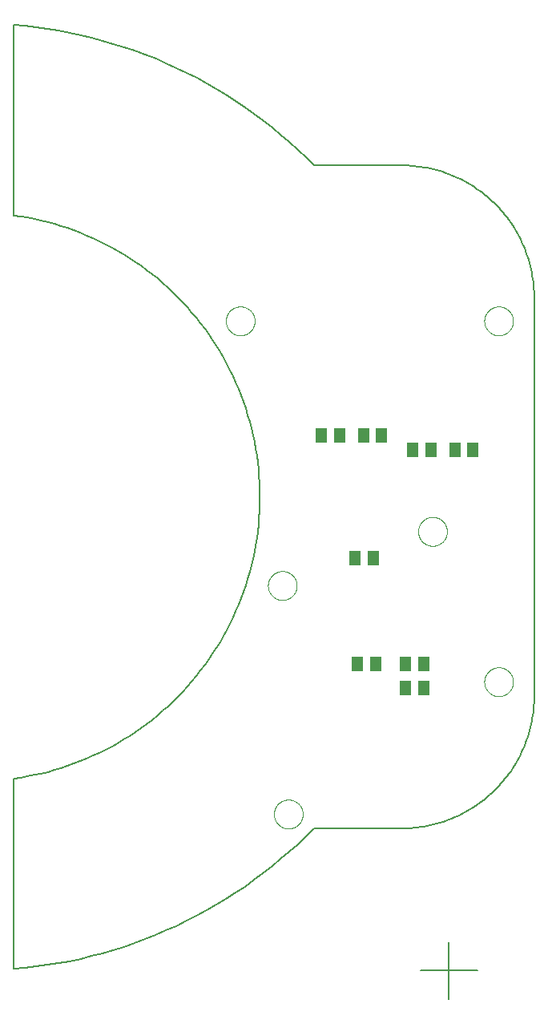
<source format=gbp>
G75*
%MOIN*%
%OFA0B0*%
%FSLAX25Y25*%
%IPPOS*%
%LPD*%
%AMOC8*
5,1,8,0,0,1.08239X$1,22.5*
%
%ADD10C,0.00600*%
%ADD11C,0.00000*%
%ADD12R,0.05118X0.05906*%
D10*
X0001300Y0013742D02*
X0001300Y0092906D01*
X0001300Y0013742D02*
X0005974Y0014173D01*
X0010636Y0014716D01*
X0015284Y0015369D01*
X0019914Y0016133D01*
X0024526Y0017008D01*
X0029115Y0017992D01*
X0033680Y0019085D01*
X0038217Y0020287D01*
X0042724Y0021596D01*
X0047198Y0023013D01*
X0051638Y0024536D01*
X0056040Y0026164D01*
X0060402Y0027897D01*
X0064721Y0029733D01*
X0068996Y0031672D01*
X0073223Y0033712D01*
X0077400Y0035852D01*
X0081525Y0038091D01*
X0085595Y0040428D01*
X0089609Y0042862D01*
X0093563Y0045390D01*
X0097456Y0048012D01*
X0101285Y0050726D01*
X0105049Y0053531D01*
X0108744Y0056424D01*
X0112370Y0059405D01*
X0115923Y0062471D01*
X0119403Y0065621D01*
X0122806Y0068854D01*
X0126131Y0072166D01*
X0162717Y0072166D01*
X0182402Y0024922D02*
X0182402Y0001300D01*
X0170591Y0013111D02*
X0194213Y0013111D01*
X0217835Y0127284D02*
X0217835Y0292639D01*
X0217819Y0293971D01*
X0217771Y0295302D01*
X0217690Y0296631D01*
X0217578Y0297959D01*
X0217433Y0299283D01*
X0217257Y0300603D01*
X0217048Y0301919D01*
X0216808Y0303229D01*
X0216536Y0304533D01*
X0216233Y0305830D01*
X0215899Y0307119D01*
X0215534Y0308400D01*
X0215137Y0309671D01*
X0214710Y0310933D01*
X0214253Y0312184D01*
X0213766Y0313424D01*
X0213249Y0314651D01*
X0212702Y0315866D01*
X0212126Y0317067D01*
X0211522Y0318254D01*
X0210888Y0319425D01*
X0210227Y0320582D01*
X0209538Y0321721D01*
X0208822Y0322844D01*
X0208078Y0323950D01*
X0207308Y0325037D01*
X0206513Y0326105D01*
X0205691Y0327153D01*
X0204845Y0328181D01*
X0203973Y0329189D01*
X0203078Y0330175D01*
X0202159Y0331140D01*
X0201218Y0332081D01*
X0200253Y0333000D01*
X0199267Y0333895D01*
X0198259Y0334767D01*
X0197231Y0335613D01*
X0196183Y0336435D01*
X0195115Y0337230D01*
X0194028Y0338000D01*
X0192922Y0338744D01*
X0191799Y0339460D01*
X0190660Y0340149D01*
X0189503Y0340810D01*
X0188332Y0341444D01*
X0187145Y0342048D01*
X0185944Y0342624D01*
X0184729Y0343171D01*
X0183502Y0343688D01*
X0182262Y0344175D01*
X0181011Y0344632D01*
X0179749Y0345059D01*
X0178478Y0345456D01*
X0177197Y0345821D01*
X0175908Y0346155D01*
X0174611Y0346458D01*
X0173307Y0346730D01*
X0171997Y0346970D01*
X0170681Y0347179D01*
X0169361Y0347355D01*
X0168037Y0347500D01*
X0166709Y0347612D01*
X0165380Y0347693D01*
X0164049Y0347741D01*
X0162717Y0347757D01*
X0126131Y0347757D01*
X0217835Y0127284D02*
X0217819Y0125952D01*
X0217771Y0124621D01*
X0217690Y0123292D01*
X0217578Y0121964D01*
X0217433Y0120640D01*
X0217257Y0119320D01*
X0217048Y0118004D01*
X0216808Y0116694D01*
X0216536Y0115390D01*
X0216233Y0114093D01*
X0215899Y0112804D01*
X0215534Y0111523D01*
X0215137Y0110252D01*
X0214710Y0108990D01*
X0214253Y0107739D01*
X0213766Y0106499D01*
X0213249Y0105272D01*
X0212702Y0104057D01*
X0212126Y0102856D01*
X0211522Y0101669D01*
X0210888Y0100498D01*
X0210227Y0099341D01*
X0209538Y0098202D01*
X0208822Y0097079D01*
X0208078Y0095973D01*
X0207308Y0094886D01*
X0206513Y0093818D01*
X0205691Y0092770D01*
X0204845Y0091742D01*
X0203973Y0090734D01*
X0203078Y0089748D01*
X0202159Y0088783D01*
X0201218Y0087842D01*
X0200253Y0086923D01*
X0199267Y0086028D01*
X0198259Y0085156D01*
X0197231Y0084310D01*
X0196183Y0083488D01*
X0195115Y0082693D01*
X0194028Y0081923D01*
X0192922Y0081179D01*
X0191799Y0080463D01*
X0190660Y0079774D01*
X0189503Y0079113D01*
X0188332Y0078479D01*
X0187145Y0077875D01*
X0185944Y0077299D01*
X0184729Y0076752D01*
X0183502Y0076235D01*
X0182262Y0075748D01*
X0181011Y0075291D01*
X0179749Y0074864D01*
X0178478Y0074467D01*
X0177197Y0074102D01*
X0175908Y0073768D01*
X0174611Y0073465D01*
X0173307Y0073193D01*
X0171997Y0072953D01*
X0170681Y0072744D01*
X0169361Y0072568D01*
X0168037Y0072423D01*
X0166709Y0072311D01*
X0165380Y0072230D01*
X0164049Y0072182D01*
X0162717Y0072166D01*
X0001300Y0092906D02*
X0004146Y0093324D01*
X0006981Y0093811D01*
X0009804Y0094368D01*
X0012612Y0094993D01*
X0015404Y0095686D01*
X0018178Y0096447D01*
X0020933Y0097275D01*
X0023667Y0098170D01*
X0026378Y0099131D01*
X0029065Y0100159D01*
X0031727Y0101251D01*
X0034361Y0102408D01*
X0036965Y0103628D01*
X0039540Y0104912D01*
X0042082Y0106258D01*
X0044591Y0107666D01*
X0047065Y0109134D01*
X0049502Y0110662D01*
X0051902Y0112249D01*
X0054262Y0113894D01*
X0056581Y0115596D01*
X0058858Y0117353D01*
X0061092Y0119166D01*
X0063281Y0121033D01*
X0065424Y0122952D01*
X0067519Y0124923D01*
X0069566Y0126945D01*
X0071563Y0129016D01*
X0073509Y0131134D01*
X0075402Y0133300D01*
X0077243Y0135511D01*
X0079029Y0137766D01*
X0080759Y0140064D01*
X0082433Y0142404D01*
X0084050Y0144783D01*
X0085608Y0147201D01*
X0087107Y0149657D01*
X0088545Y0152148D01*
X0089923Y0154674D01*
X0091238Y0157232D01*
X0092491Y0159821D01*
X0093681Y0162441D01*
X0094806Y0165088D01*
X0095866Y0167763D01*
X0096861Y0170462D01*
X0097790Y0173184D01*
X0098653Y0175929D01*
X0099448Y0178693D01*
X0100176Y0181477D01*
X0100835Y0184277D01*
X0101427Y0187092D01*
X0101949Y0189921D01*
X0102403Y0192762D01*
X0102787Y0195612D01*
X0103102Y0198472D01*
X0103347Y0201338D01*
X0103522Y0204210D01*
X0103627Y0207084D01*
X0103662Y0209961D01*
X0103627Y0212838D01*
X0103522Y0215712D01*
X0103347Y0218584D01*
X0103102Y0221450D01*
X0102787Y0224310D01*
X0102403Y0227160D01*
X0101949Y0230001D01*
X0101427Y0232830D01*
X0100835Y0235645D01*
X0100176Y0238445D01*
X0099448Y0241229D01*
X0098653Y0243993D01*
X0097790Y0246738D01*
X0096861Y0249460D01*
X0095866Y0252159D01*
X0094806Y0254834D01*
X0093681Y0257481D01*
X0092491Y0260101D01*
X0091238Y0262690D01*
X0089923Y0265248D01*
X0088545Y0267774D01*
X0087107Y0270265D01*
X0085608Y0272721D01*
X0084050Y0275139D01*
X0082433Y0277518D01*
X0080759Y0279858D01*
X0079029Y0282156D01*
X0077243Y0284411D01*
X0075402Y0286622D01*
X0073509Y0288788D01*
X0071563Y0290906D01*
X0069566Y0292977D01*
X0067519Y0294999D01*
X0065424Y0296970D01*
X0063281Y0298889D01*
X0061092Y0300756D01*
X0058858Y0302569D01*
X0056581Y0304326D01*
X0054262Y0306028D01*
X0051902Y0307673D01*
X0049502Y0309260D01*
X0047065Y0310788D01*
X0044591Y0312256D01*
X0042082Y0313664D01*
X0039540Y0315010D01*
X0036965Y0316294D01*
X0034361Y0317514D01*
X0031727Y0318671D01*
X0029065Y0319763D01*
X0026378Y0320791D01*
X0023667Y0321752D01*
X0020933Y0322647D01*
X0018178Y0323475D01*
X0015404Y0324236D01*
X0012612Y0324929D01*
X0009804Y0325554D01*
X0006981Y0326111D01*
X0004146Y0326598D01*
X0001300Y0327016D01*
X0001300Y0327017D02*
X0001300Y0406220D01*
X0005974Y0405787D01*
X0010636Y0405244D01*
X0015285Y0404589D01*
X0019916Y0403823D01*
X0024528Y0402948D01*
X0029117Y0401962D01*
X0033682Y0400868D01*
X0038219Y0399665D01*
X0042726Y0398354D01*
X0047201Y0396936D01*
X0051641Y0395412D01*
X0056043Y0393782D01*
X0060405Y0392048D01*
X0064725Y0390210D01*
X0068999Y0388270D01*
X0073226Y0386229D01*
X0077403Y0384087D01*
X0081528Y0381847D01*
X0085598Y0379508D01*
X0089612Y0377074D01*
X0093566Y0374544D01*
X0097458Y0371921D01*
X0101288Y0369205D01*
X0105051Y0366400D01*
X0108746Y0363505D01*
X0112371Y0360523D01*
X0115924Y0357455D01*
X0119403Y0354304D01*
X0122806Y0351070D01*
X0126131Y0347756D01*
D11*
X0089552Y0283111D02*
X0089554Y0283265D01*
X0089560Y0283420D01*
X0089570Y0283574D01*
X0089584Y0283728D01*
X0089602Y0283881D01*
X0089623Y0284034D01*
X0089649Y0284187D01*
X0089679Y0284338D01*
X0089712Y0284489D01*
X0089750Y0284639D01*
X0089791Y0284788D01*
X0089836Y0284936D01*
X0089885Y0285082D01*
X0089938Y0285228D01*
X0089994Y0285371D01*
X0090054Y0285514D01*
X0090118Y0285654D01*
X0090185Y0285794D01*
X0090256Y0285931D01*
X0090330Y0286066D01*
X0090408Y0286200D01*
X0090489Y0286331D01*
X0090574Y0286460D01*
X0090662Y0286588D01*
X0090753Y0286712D01*
X0090847Y0286835D01*
X0090945Y0286955D01*
X0091045Y0287072D01*
X0091149Y0287187D01*
X0091255Y0287299D01*
X0091364Y0287408D01*
X0091476Y0287514D01*
X0091591Y0287618D01*
X0091708Y0287718D01*
X0091828Y0287816D01*
X0091951Y0287910D01*
X0092075Y0288001D01*
X0092203Y0288089D01*
X0092332Y0288174D01*
X0092463Y0288255D01*
X0092597Y0288333D01*
X0092732Y0288407D01*
X0092869Y0288478D01*
X0093009Y0288545D01*
X0093149Y0288609D01*
X0093292Y0288669D01*
X0093435Y0288725D01*
X0093581Y0288778D01*
X0093727Y0288827D01*
X0093875Y0288872D01*
X0094024Y0288913D01*
X0094174Y0288951D01*
X0094325Y0288984D01*
X0094476Y0289014D01*
X0094629Y0289040D01*
X0094782Y0289061D01*
X0094935Y0289079D01*
X0095089Y0289093D01*
X0095243Y0289103D01*
X0095398Y0289109D01*
X0095552Y0289111D01*
X0095706Y0289109D01*
X0095861Y0289103D01*
X0096015Y0289093D01*
X0096169Y0289079D01*
X0096322Y0289061D01*
X0096475Y0289040D01*
X0096628Y0289014D01*
X0096779Y0288984D01*
X0096930Y0288951D01*
X0097080Y0288913D01*
X0097229Y0288872D01*
X0097377Y0288827D01*
X0097523Y0288778D01*
X0097669Y0288725D01*
X0097812Y0288669D01*
X0097955Y0288609D01*
X0098095Y0288545D01*
X0098235Y0288478D01*
X0098372Y0288407D01*
X0098507Y0288333D01*
X0098641Y0288255D01*
X0098772Y0288174D01*
X0098901Y0288089D01*
X0099029Y0288001D01*
X0099153Y0287910D01*
X0099276Y0287816D01*
X0099396Y0287718D01*
X0099513Y0287618D01*
X0099628Y0287514D01*
X0099740Y0287408D01*
X0099849Y0287299D01*
X0099955Y0287187D01*
X0100059Y0287072D01*
X0100159Y0286955D01*
X0100257Y0286835D01*
X0100351Y0286712D01*
X0100442Y0286588D01*
X0100530Y0286460D01*
X0100615Y0286331D01*
X0100696Y0286200D01*
X0100774Y0286066D01*
X0100848Y0285931D01*
X0100919Y0285794D01*
X0100986Y0285654D01*
X0101050Y0285514D01*
X0101110Y0285371D01*
X0101166Y0285228D01*
X0101219Y0285082D01*
X0101268Y0284936D01*
X0101313Y0284788D01*
X0101354Y0284639D01*
X0101392Y0284489D01*
X0101425Y0284338D01*
X0101455Y0284187D01*
X0101481Y0284034D01*
X0101502Y0283881D01*
X0101520Y0283728D01*
X0101534Y0283574D01*
X0101544Y0283420D01*
X0101550Y0283265D01*
X0101552Y0283111D01*
X0101550Y0282957D01*
X0101544Y0282802D01*
X0101534Y0282648D01*
X0101520Y0282494D01*
X0101502Y0282341D01*
X0101481Y0282188D01*
X0101455Y0282035D01*
X0101425Y0281884D01*
X0101392Y0281733D01*
X0101354Y0281583D01*
X0101313Y0281434D01*
X0101268Y0281286D01*
X0101219Y0281140D01*
X0101166Y0280994D01*
X0101110Y0280851D01*
X0101050Y0280708D01*
X0100986Y0280568D01*
X0100919Y0280428D01*
X0100848Y0280291D01*
X0100774Y0280156D01*
X0100696Y0280022D01*
X0100615Y0279891D01*
X0100530Y0279762D01*
X0100442Y0279634D01*
X0100351Y0279510D01*
X0100257Y0279387D01*
X0100159Y0279267D01*
X0100059Y0279150D01*
X0099955Y0279035D01*
X0099849Y0278923D01*
X0099740Y0278814D01*
X0099628Y0278708D01*
X0099513Y0278604D01*
X0099396Y0278504D01*
X0099276Y0278406D01*
X0099153Y0278312D01*
X0099029Y0278221D01*
X0098901Y0278133D01*
X0098772Y0278048D01*
X0098641Y0277967D01*
X0098507Y0277889D01*
X0098372Y0277815D01*
X0098235Y0277744D01*
X0098095Y0277677D01*
X0097955Y0277613D01*
X0097812Y0277553D01*
X0097669Y0277497D01*
X0097523Y0277444D01*
X0097377Y0277395D01*
X0097229Y0277350D01*
X0097080Y0277309D01*
X0096930Y0277271D01*
X0096779Y0277238D01*
X0096628Y0277208D01*
X0096475Y0277182D01*
X0096322Y0277161D01*
X0096169Y0277143D01*
X0096015Y0277129D01*
X0095861Y0277119D01*
X0095706Y0277113D01*
X0095552Y0277111D01*
X0095398Y0277113D01*
X0095243Y0277119D01*
X0095089Y0277129D01*
X0094935Y0277143D01*
X0094782Y0277161D01*
X0094629Y0277182D01*
X0094476Y0277208D01*
X0094325Y0277238D01*
X0094174Y0277271D01*
X0094024Y0277309D01*
X0093875Y0277350D01*
X0093727Y0277395D01*
X0093581Y0277444D01*
X0093435Y0277497D01*
X0093292Y0277553D01*
X0093149Y0277613D01*
X0093009Y0277677D01*
X0092869Y0277744D01*
X0092732Y0277815D01*
X0092597Y0277889D01*
X0092463Y0277967D01*
X0092332Y0278048D01*
X0092203Y0278133D01*
X0092075Y0278221D01*
X0091951Y0278312D01*
X0091828Y0278406D01*
X0091708Y0278504D01*
X0091591Y0278604D01*
X0091476Y0278708D01*
X0091364Y0278814D01*
X0091255Y0278923D01*
X0091149Y0279035D01*
X0091045Y0279150D01*
X0090945Y0279267D01*
X0090847Y0279387D01*
X0090753Y0279510D01*
X0090662Y0279634D01*
X0090574Y0279762D01*
X0090489Y0279891D01*
X0090408Y0280022D01*
X0090330Y0280156D01*
X0090256Y0280291D01*
X0090185Y0280428D01*
X0090118Y0280568D01*
X0090054Y0280708D01*
X0089994Y0280851D01*
X0089938Y0280994D01*
X0089885Y0281140D01*
X0089836Y0281286D01*
X0089791Y0281434D01*
X0089750Y0281583D01*
X0089712Y0281733D01*
X0089679Y0281884D01*
X0089649Y0282035D01*
X0089623Y0282188D01*
X0089602Y0282341D01*
X0089584Y0282494D01*
X0089570Y0282648D01*
X0089560Y0282802D01*
X0089554Y0282957D01*
X0089552Y0283111D01*
X0107052Y0173111D02*
X0107054Y0173265D01*
X0107060Y0173420D01*
X0107070Y0173574D01*
X0107084Y0173728D01*
X0107102Y0173881D01*
X0107123Y0174034D01*
X0107149Y0174187D01*
X0107179Y0174338D01*
X0107212Y0174489D01*
X0107250Y0174639D01*
X0107291Y0174788D01*
X0107336Y0174936D01*
X0107385Y0175082D01*
X0107438Y0175228D01*
X0107494Y0175371D01*
X0107554Y0175514D01*
X0107618Y0175654D01*
X0107685Y0175794D01*
X0107756Y0175931D01*
X0107830Y0176066D01*
X0107908Y0176200D01*
X0107989Y0176331D01*
X0108074Y0176460D01*
X0108162Y0176588D01*
X0108253Y0176712D01*
X0108347Y0176835D01*
X0108445Y0176955D01*
X0108545Y0177072D01*
X0108649Y0177187D01*
X0108755Y0177299D01*
X0108864Y0177408D01*
X0108976Y0177514D01*
X0109091Y0177618D01*
X0109208Y0177718D01*
X0109328Y0177816D01*
X0109451Y0177910D01*
X0109575Y0178001D01*
X0109703Y0178089D01*
X0109832Y0178174D01*
X0109963Y0178255D01*
X0110097Y0178333D01*
X0110232Y0178407D01*
X0110369Y0178478D01*
X0110509Y0178545D01*
X0110649Y0178609D01*
X0110792Y0178669D01*
X0110935Y0178725D01*
X0111081Y0178778D01*
X0111227Y0178827D01*
X0111375Y0178872D01*
X0111524Y0178913D01*
X0111674Y0178951D01*
X0111825Y0178984D01*
X0111976Y0179014D01*
X0112129Y0179040D01*
X0112282Y0179061D01*
X0112435Y0179079D01*
X0112589Y0179093D01*
X0112743Y0179103D01*
X0112898Y0179109D01*
X0113052Y0179111D01*
X0113206Y0179109D01*
X0113361Y0179103D01*
X0113515Y0179093D01*
X0113669Y0179079D01*
X0113822Y0179061D01*
X0113975Y0179040D01*
X0114128Y0179014D01*
X0114279Y0178984D01*
X0114430Y0178951D01*
X0114580Y0178913D01*
X0114729Y0178872D01*
X0114877Y0178827D01*
X0115023Y0178778D01*
X0115169Y0178725D01*
X0115312Y0178669D01*
X0115455Y0178609D01*
X0115595Y0178545D01*
X0115735Y0178478D01*
X0115872Y0178407D01*
X0116007Y0178333D01*
X0116141Y0178255D01*
X0116272Y0178174D01*
X0116401Y0178089D01*
X0116529Y0178001D01*
X0116653Y0177910D01*
X0116776Y0177816D01*
X0116896Y0177718D01*
X0117013Y0177618D01*
X0117128Y0177514D01*
X0117240Y0177408D01*
X0117349Y0177299D01*
X0117455Y0177187D01*
X0117559Y0177072D01*
X0117659Y0176955D01*
X0117757Y0176835D01*
X0117851Y0176712D01*
X0117942Y0176588D01*
X0118030Y0176460D01*
X0118115Y0176331D01*
X0118196Y0176200D01*
X0118274Y0176066D01*
X0118348Y0175931D01*
X0118419Y0175794D01*
X0118486Y0175654D01*
X0118550Y0175514D01*
X0118610Y0175371D01*
X0118666Y0175228D01*
X0118719Y0175082D01*
X0118768Y0174936D01*
X0118813Y0174788D01*
X0118854Y0174639D01*
X0118892Y0174489D01*
X0118925Y0174338D01*
X0118955Y0174187D01*
X0118981Y0174034D01*
X0119002Y0173881D01*
X0119020Y0173728D01*
X0119034Y0173574D01*
X0119044Y0173420D01*
X0119050Y0173265D01*
X0119052Y0173111D01*
X0119050Y0172957D01*
X0119044Y0172802D01*
X0119034Y0172648D01*
X0119020Y0172494D01*
X0119002Y0172341D01*
X0118981Y0172188D01*
X0118955Y0172035D01*
X0118925Y0171884D01*
X0118892Y0171733D01*
X0118854Y0171583D01*
X0118813Y0171434D01*
X0118768Y0171286D01*
X0118719Y0171140D01*
X0118666Y0170994D01*
X0118610Y0170851D01*
X0118550Y0170708D01*
X0118486Y0170568D01*
X0118419Y0170428D01*
X0118348Y0170291D01*
X0118274Y0170156D01*
X0118196Y0170022D01*
X0118115Y0169891D01*
X0118030Y0169762D01*
X0117942Y0169634D01*
X0117851Y0169510D01*
X0117757Y0169387D01*
X0117659Y0169267D01*
X0117559Y0169150D01*
X0117455Y0169035D01*
X0117349Y0168923D01*
X0117240Y0168814D01*
X0117128Y0168708D01*
X0117013Y0168604D01*
X0116896Y0168504D01*
X0116776Y0168406D01*
X0116653Y0168312D01*
X0116529Y0168221D01*
X0116401Y0168133D01*
X0116272Y0168048D01*
X0116141Y0167967D01*
X0116007Y0167889D01*
X0115872Y0167815D01*
X0115735Y0167744D01*
X0115595Y0167677D01*
X0115455Y0167613D01*
X0115312Y0167553D01*
X0115169Y0167497D01*
X0115023Y0167444D01*
X0114877Y0167395D01*
X0114729Y0167350D01*
X0114580Y0167309D01*
X0114430Y0167271D01*
X0114279Y0167238D01*
X0114128Y0167208D01*
X0113975Y0167182D01*
X0113822Y0167161D01*
X0113669Y0167143D01*
X0113515Y0167129D01*
X0113361Y0167119D01*
X0113206Y0167113D01*
X0113052Y0167111D01*
X0112898Y0167113D01*
X0112743Y0167119D01*
X0112589Y0167129D01*
X0112435Y0167143D01*
X0112282Y0167161D01*
X0112129Y0167182D01*
X0111976Y0167208D01*
X0111825Y0167238D01*
X0111674Y0167271D01*
X0111524Y0167309D01*
X0111375Y0167350D01*
X0111227Y0167395D01*
X0111081Y0167444D01*
X0110935Y0167497D01*
X0110792Y0167553D01*
X0110649Y0167613D01*
X0110509Y0167677D01*
X0110369Y0167744D01*
X0110232Y0167815D01*
X0110097Y0167889D01*
X0109963Y0167967D01*
X0109832Y0168048D01*
X0109703Y0168133D01*
X0109575Y0168221D01*
X0109451Y0168312D01*
X0109328Y0168406D01*
X0109208Y0168504D01*
X0109091Y0168604D01*
X0108976Y0168708D01*
X0108864Y0168814D01*
X0108755Y0168923D01*
X0108649Y0169035D01*
X0108545Y0169150D01*
X0108445Y0169267D01*
X0108347Y0169387D01*
X0108253Y0169510D01*
X0108162Y0169634D01*
X0108074Y0169762D01*
X0107989Y0169891D01*
X0107908Y0170022D01*
X0107830Y0170156D01*
X0107756Y0170291D01*
X0107685Y0170428D01*
X0107618Y0170568D01*
X0107554Y0170708D01*
X0107494Y0170851D01*
X0107438Y0170994D01*
X0107385Y0171140D01*
X0107336Y0171286D01*
X0107291Y0171434D01*
X0107250Y0171583D01*
X0107212Y0171733D01*
X0107179Y0171884D01*
X0107149Y0172035D01*
X0107123Y0172188D01*
X0107102Y0172341D01*
X0107084Y0172494D01*
X0107070Y0172648D01*
X0107060Y0172802D01*
X0107054Y0172957D01*
X0107052Y0173111D01*
X0109552Y0078111D02*
X0109554Y0078265D01*
X0109560Y0078420D01*
X0109570Y0078574D01*
X0109584Y0078728D01*
X0109602Y0078881D01*
X0109623Y0079034D01*
X0109649Y0079187D01*
X0109679Y0079338D01*
X0109712Y0079489D01*
X0109750Y0079639D01*
X0109791Y0079788D01*
X0109836Y0079936D01*
X0109885Y0080082D01*
X0109938Y0080228D01*
X0109994Y0080371D01*
X0110054Y0080514D01*
X0110118Y0080654D01*
X0110185Y0080794D01*
X0110256Y0080931D01*
X0110330Y0081066D01*
X0110408Y0081200D01*
X0110489Y0081331D01*
X0110574Y0081460D01*
X0110662Y0081588D01*
X0110753Y0081712D01*
X0110847Y0081835D01*
X0110945Y0081955D01*
X0111045Y0082072D01*
X0111149Y0082187D01*
X0111255Y0082299D01*
X0111364Y0082408D01*
X0111476Y0082514D01*
X0111591Y0082618D01*
X0111708Y0082718D01*
X0111828Y0082816D01*
X0111951Y0082910D01*
X0112075Y0083001D01*
X0112203Y0083089D01*
X0112332Y0083174D01*
X0112463Y0083255D01*
X0112597Y0083333D01*
X0112732Y0083407D01*
X0112869Y0083478D01*
X0113009Y0083545D01*
X0113149Y0083609D01*
X0113292Y0083669D01*
X0113435Y0083725D01*
X0113581Y0083778D01*
X0113727Y0083827D01*
X0113875Y0083872D01*
X0114024Y0083913D01*
X0114174Y0083951D01*
X0114325Y0083984D01*
X0114476Y0084014D01*
X0114629Y0084040D01*
X0114782Y0084061D01*
X0114935Y0084079D01*
X0115089Y0084093D01*
X0115243Y0084103D01*
X0115398Y0084109D01*
X0115552Y0084111D01*
X0115706Y0084109D01*
X0115861Y0084103D01*
X0116015Y0084093D01*
X0116169Y0084079D01*
X0116322Y0084061D01*
X0116475Y0084040D01*
X0116628Y0084014D01*
X0116779Y0083984D01*
X0116930Y0083951D01*
X0117080Y0083913D01*
X0117229Y0083872D01*
X0117377Y0083827D01*
X0117523Y0083778D01*
X0117669Y0083725D01*
X0117812Y0083669D01*
X0117955Y0083609D01*
X0118095Y0083545D01*
X0118235Y0083478D01*
X0118372Y0083407D01*
X0118507Y0083333D01*
X0118641Y0083255D01*
X0118772Y0083174D01*
X0118901Y0083089D01*
X0119029Y0083001D01*
X0119153Y0082910D01*
X0119276Y0082816D01*
X0119396Y0082718D01*
X0119513Y0082618D01*
X0119628Y0082514D01*
X0119740Y0082408D01*
X0119849Y0082299D01*
X0119955Y0082187D01*
X0120059Y0082072D01*
X0120159Y0081955D01*
X0120257Y0081835D01*
X0120351Y0081712D01*
X0120442Y0081588D01*
X0120530Y0081460D01*
X0120615Y0081331D01*
X0120696Y0081200D01*
X0120774Y0081066D01*
X0120848Y0080931D01*
X0120919Y0080794D01*
X0120986Y0080654D01*
X0121050Y0080514D01*
X0121110Y0080371D01*
X0121166Y0080228D01*
X0121219Y0080082D01*
X0121268Y0079936D01*
X0121313Y0079788D01*
X0121354Y0079639D01*
X0121392Y0079489D01*
X0121425Y0079338D01*
X0121455Y0079187D01*
X0121481Y0079034D01*
X0121502Y0078881D01*
X0121520Y0078728D01*
X0121534Y0078574D01*
X0121544Y0078420D01*
X0121550Y0078265D01*
X0121552Y0078111D01*
X0121550Y0077957D01*
X0121544Y0077802D01*
X0121534Y0077648D01*
X0121520Y0077494D01*
X0121502Y0077341D01*
X0121481Y0077188D01*
X0121455Y0077035D01*
X0121425Y0076884D01*
X0121392Y0076733D01*
X0121354Y0076583D01*
X0121313Y0076434D01*
X0121268Y0076286D01*
X0121219Y0076140D01*
X0121166Y0075994D01*
X0121110Y0075851D01*
X0121050Y0075708D01*
X0120986Y0075568D01*
X0120919Y0075428D01*
X0120848Y0075291D01*
X0120774Y0075156D01*
X0120696Y0075022D01*
X0120615Y0074891D01*
X0120530Y0074762D01*
X0120442Y0074634D01*
X0120351Y0074510D01*
X0120257Y0074387D01*
X0120159Y0074267D01*
X0120059Y0074150D01*
X0119955Y0074035D01*
X0119849Y0073923D01*
X0119740Y0073814D01*
X0119628Y0073708D01*
X0119513Y0073604D01*
X0119396Y0073504D01*
X0119276Y0073406D01*
X0119153Y0073312D01*
X0119029Y0073221D01*
X0118901Y0073133D01*
X0118772Y0073048D01*
X0118641Y0072967D01*
X0118507Y0072889D01*
X0118372Y0072815D01*
X0118235Y0072744D01*
X0118095Y0072677D01*
X0117955Y0072613D01*
X0117812Y0072553D01*
X0117669Y0072497D01*
X0117523Y0072444D01*
X0117377Y0072395D01*
X0117229Y0072350D01*
X0117080Y0072309D01*
X0116930Y0072271D01*
X0116779Y0072238D01*
X0116628Y0072208D01*
X0116475Y0072182D01*
X0116322Y0072161D01*
X0116169Y0072143D01*
X0116015Y0072129D01*
X0115861Y0072119D01*
X0115706Y0072113D01*
X0115552Y0072111D01*
X0115398Y0072113D01*
X0115243Y0072119D01*
X0115089Y0072129D01*
X0114935Y0072143D01*
X0114782Y0072161D01*
X0114629Y0072182D01*
X0114476Y0072208D01*
X0114325Y0072238D01*
X0114174Y0072271D01*
X0114024Y0072309D01*
X0113875Y0072350D01*
X0113727Y0072395D01*
X0113581Y0072444D01*
X0113435Y0072497D01*
X0113292Y0072553D01*
X0113149Y0072613D01*
X0113009Y0072677D01*
X0112869Y0072744D01*
X0112732Y0072815D01*
X0112597Y0072889D01*
X0112463Y0072967D01*
X0112332Y0073048D01*
X0112203Y0073133D01*
X0112075Y0073221D01*
X0111951Y0073312D01*
X0111828Y0073406D01*
X0111708Y0073504D01*
X0111591Y0073604D01*
X0111476Y0073708D01*
X0111364Y0073814D01*
X0111255Y0073923D01*
X0111149Y0074035D01*
X0111045Y0074150D01*
X0110945Y0074267D01*
X0110847Y0074387D01*
X0110753Y0074510D01*
X0110662Y0074634D01*
X0110574Y0074762D01*
X0110489Y0074891D01*
X0110408Y0075022D01*
X0110330Y0075156D01*
X0110256Y0075291D01*
X0110185Y0075428D01*
X0110118Y0075568D01*
X0110054Y0075708D01*
X0109994Y0075851D01*
X0109938Y0075994D01*
X0109885Y0076140D01*
X0109836Y0076286D01*
X0109791Y0076434D01*
X0109750Y0076583D01*
X0109712Y0076733D01*
X0109679Y0076884D01*
X0109649Y0077035D01*
X0109623Y0077188D01*
X0109602Y0077341D01*
X0109584Y0077494D01*
X0109570Y0077648D01*
X0109560Y0077802D01*
X0109554Y0077957D01*
X0109552Y0078111D01*
X0169552Y0195611D02*
X0169554Y0195765D01*
X0169560Y0195920D01*
X0169570Y0196074D01*
X0169584Y0196228D01*
X0169602Y0196381D01*
X0169623Y0196534D01*
X0169649Y0196687D01*
X0169679Y0196838D01*
X0169712Y0196989D01*
X0169750Y0197139D01*
X0169791Y0197288D01*
X0169836Y0197436D01*
X0169885Y0197582D01*
X0169938Y0197728D01*
X0169994Y0197871D01*
X0170054Y0198014D01*
X0170118Y0198154D01*
X0170185Y0198294D01*
X0170256Y0198431D01*
X0170330Y0198566D01*
X0170408Y0198700D01*
X0170489Y0198831D01*
X0170574Y0198960D01*
X0170662Y0199088D01*
X0170753Y0199212D01*
X0170847Y0199335D01*
X0170945Y0199455D01*
X0171045Y0199572D01*
X0171149Y0199687D01*
X0171255Y0199799D01*
X0171364Y0199908D01*
X0171476Y0200014D01*
X0171591Y0200118D01*
X0171708Y0200218D01*
X0171828Y0200316D01*
X0171951Y0200410D01*
X0172075Y0200501D01*
X0172203Y0200589D01*
X0172332Y0200674D01*
X0172463Y0200755D01*
X0172597Y0200833D01*
X0172732Y0200907D01*
X0172869Y0200978D01*
X0173009Y0201045D01*
X0173149Y0201109D01*
X0173292Y0201169D01*
X0173435Y0201225D01*
X0173581Y0201278D01*
X0173727Y0201327D01*
X0173875Y0201372D01*
X0174024Y0201413D01*
X0174174Y0201451D01*
X0174325Y0201484D01*
X0174476Y0201514D01*
X0174629Y0201540D01*
X0174782Y0201561D01*
X0174935Y0201579D01*
X0175089Y0201593D01*
X0175243Y0201603D01*
X0175398Y0201609D01*
X0175552Y0201611D01*
X0175706Y0201609D01*
X0175861Y0201603D01*
X0176015Y0201593D01*
X0176169Y0201579D01*
X0176322Y0201561D01*
X0176475Y0201540D01*
X0176628Y0201514D01*
X0176779Y0201484D01*
X0176930Y0201451D01*
X0177080Y0201413D01*
X0177229Y0201372D01*
X0177377Y0201327D01*
X0177523Y0201278D01*
X0177669Y0201225D01*
X0177812Y0201169D01*
X0177955Y0201109D01*
X0178095Y0201045D01*
X0178235Y0200978D01*
X0178372Y0200907D01*
X0178507Y0200833D01*
X0178641Y0200755D01*
X0178772Y0200674D01*
X0178901Y0200589D01*
X0179029Y0200501D01*
X0179153Y0200410D01*
X0179276Y0200316D01*
X0179396Y0200218D01*
X0179513Y0200118D01*
X0179628Y0200014D01*
X0179740Y0199908D01*
X0179849Y0199799D01*
X0179955Y0199687D01*
X0180059Y0199572D01*
X0180159Y0199455D01*
X0180257Y0199335D01*
X0180351Y0199212D01*
X0180442Y0199088D01*
X0180530Y0198960D01*
X0180615Y0198831D01*
X0180696Y0198700D01*
X0180774Y0198566D01*
X0180848Y0198431D01*
X0180919Y0198294D01*
X0180986Y0198154D01*
X0181050Y0198014D01*
X0181110Y0197871D01*
X0181166Y0197728D01*
X0181219Y0197582D01*
X0181268Y0197436D01*
X0181313Y0197288D01*
X0181354Y0197139D01*
X0181392Y0196989D01*
X0181425Y0196838D01*
X0181455Y0196687D01*
X0181481Y0196534D01*
X0181502Y0196381D01*
X0181520Y0196228D01*
X0181534Y0196074D01*
X0181544Y0195920D01*
X0181550Y0195765D01*
X0181552Y0195611D01*
X0181550Y0195457D01*
X0181544Y0195302D01*
X0181534Y0195148D01*
X0181520Y0194994D01*
X0181502Y0194841D01*
X0181481Y0194688D01*
X0181455Y0194535D01*
X0181425Y0194384D01*
X0181392Y0194233D01*
X0181354Y0194083D01*
X0181313Y0193934D01*
X0181268Y0193786D01*
X0181219Y0193640D01*
X0181166Y0193494D01*
X0181110Y0193351D01*
X0181050Y0193208D01*
X0180986Y0193068D01*
X0180919Y0192928D01*
X0180848Y0192791D01*
X0180774Y0192656D01*
X0180696Y0192522D01*
X0180615Y0192391D01*
X0180530Y0192262D01*
X0180442Y0192134D01*
X0180351Y0192010D01*
X0180257Y0191887D01*
X0180159Y0191767D01*
X0180059Y0191650D01*
X0179955Y0191535D01*
X0179849Y0191423D01*
X0179740Y0191314D01*
X0179628Y0191208D01*
X0179513Y0191104D01*
X0179396Y0191004D01*
X0179276Y0190906D01*
X0179153Y0190812D01*
X0179029Y0190721D01*
X0178901Y0190633D01*
X0178772Y0190548D01*
X0178641Y0190467D01*
X0178507Y0190389D01*
X0178372Y0190315D01*
X0178235Y0190244D01*
X0178095Y0190177D01*
X0177955Y0190113D01*
X0177812Y0190053D01*
X0177669Y0189997D01*
X0177523Y0189944D01*
X0177377Y0189895D01*
X0177229Y0189850D01*
X0177080Y0189809D01*
X0176930Y0189771D01*
X0176779Y0189738D01*
X0176628Y0189708D01*
X0176475Y0189682D01*
X0176322Y0189661D01*
X0176169Y0189643D01*
X0176015Y0189629D01*
X0175861Y0189619D01*
X0175706Y0189613D01*
X0175552Y0189611D01*
X0175398Y0189613D01*
X0175243Y0189619D01*
X0175089Y0189629D01*
X0174935Y0189643D01*
X0174782Y0189661D01*
X0174629Y0189682D01*
X0174476Y0189708D01*
X0174325Y0189738D01*
X0174174Y0189771D01*
X0174024Y0189809D01*
X0173875Y0189850D01*
X0173727Y0189895D01*
X0173581Y0189944D01*
X0173435Y0189997D01*
X0173292Y0190053D01*
X0173149Y0190113D01*
X0173009Y0190177D01*
X0172869Y0190244D01*
X0172732Y0190315D01*
X0172597Y0190389D01*
X0172463Y0190467D01*
X0172332Y0190548D01*
X0172203Y0190633D01*
X0172075Y0190721D01*
X0171951Y0190812D01*
X0171828Y0190906D01*
X0171708Y0191004D01*
X0171591Y0191104D01*
X0171476Y0191208D01*
X0171364Y0191314D01*
X0171255Y0191423D01*
X0171149Y0191535D01*
X0171045Y0191650D01*
X0170945Y0191767D01*
X0170847Y0191887D01*
X0170753Y0192010D01*
X0170662Y0192134D01*
X0170574Y0192262D01*
X0170489Y0192391D01*
X0170408Y0192522D01*
X0170330Y0192656D01*
X0170256Y0192791D01*
X0170185Y0192928D01*
X0170118Y0193068D01*
X0170054Y0193208D01*
X0169994Y0193351D01*
X0169938Y0193494D01*
X0169885Y0193640D01*
X0169836Y0193786D01*
X0169791Y0193934D01*
X0169750Y0194083D01*
X0169712Y0194233D01*
X0169679Y0194384D01*
X0169649Y0194535D01*
X0169623Y0194688D01*
X0169602Y0194841D01*
X0169584Y0194994D01*
X0169570Y0195148D01*
X0169560Y0195302D01*
X0169554Y0195457D01*
X0169552Y0195611D01*
X0197052Y0133111D02*
X0197054Y0133265D01*
X0197060Y0133420D01*
X0197070Y0133574D01*
X0197084Y0133728D01*
X0197102Y0133881D01*
X0197123Y0134034D01*
X0197149Y0134187D01*
X0197179Y0134338D01*
X0197212Y0134489D01*
X0197250Y0134639D01*
X0197291Y0134788D01*
X0197336Y0134936D01*
X0197385Y0135082D01*
X0197438Y0135228D01*
X0197494Y0135371D01*
X0197554Y0135514D01*
X0197618Y0135654D01*
X0197685Y0135794D01*
X0197756Y0135931D01*
X0197830Y0136066D01*
X0197908Y0136200D01*
X0197989Y0136331D01*
X0198074Y0136460D01*
X0198162Y0136588D01*
X0198253Y0136712D01*
X0198347Y0136835D01*
X0198445Y0136955D01*
X0198545Y0137072D01*
X0198649Y0137187D01*
X0198755Y0137299D01*
X0198864Y0137408D01*
X0198976Y0137514D01*
X0199091Y0137618D01*
X0199208Y0137718D01*
X0199328Y0137816D01*
X0199451Y0137910D01*
X0199575Y0138001D01*
X0199703Y0138089D01*
X0199832Y0138174D01*
X0199963Y0138255D01*
X0200097Y0138333D01*
X0200232Y0138407D01*
X0200369Y0138478D01*
X0200509Y0138545D01*
X0200649Y0138609D01*
X0200792Y0138669D01*
X0200935Y0138725D01*
X0201081Y0138778D01*
X0201227Y0138827D01*
X0201375Y0138872D01*
X0201524Y0138913D01*
X0201674Y0138951D01*
X0201825Y0138984D01*
X0201976Y0139014D01*
X0202129Y0139040D01*
X0202282Y0139061D01*
X0202435Y0139079D01*
X0202589Y0139093D01*
X0202743Y0139103D01*
X0202898Y0139109D01*
X0203052Y0139111D01*
X0203206Y0139109D01*
X0203361Y0139103D01*
X0203515Y0139093D01*
X0203669Y0139079D01*
X0203822Y0139061D01*
X0203975Y0139040D01*
X0204128Y0139014D01*
X0204279Y0138984D01*
X0204430Y0138951D01*
X0204580Y0138913D01*
X0204729Y0138872D01*
X0204877Y0138827D01*
X0205023Y0138778D01*
X0205169Y0138725D01*
X0205312Y0138669D01*
X0205455Y0138609D01*
X0205595Y0138545D01*
X0205735Y0138478D01*
X0205872Y0138407D01*
X0206007Y0138333D01*
X0206141Y0138255D01*
X0206272Y0138174D01*
X0206401Y0138089D01*
X0206529Y0138001D01*
X0206653Y0137910D01*
X0206776Y0137816D01*
X0206896Y0137718D01*
X0207013Y0137618D01*
X0207128Y0137514D01*
X0207240Y0137408D01*
X0207349Y0137299D01*
X0207455Y0137187D01*
X0207559Y0137072D01*
X0207659Y0136955D01*
X0207757Y0136835D01*
X0207851Y0136712D01*
X0207942Y0136588D01*
X0208030Y0136460D01*
X0208115Y0136331D01*
X0208196Y0136200D01*
X0208274Y0136066D01*
X0208348Y0135931D01*
X0208419Y0135794D01*
X0208486Y0135654D01*
X0208550Y0135514D01*
X0208610Y0135371D01*
X0208666Y0135228D01*
X0208719Y0135082D01*
X0208768Y0134936D01*
X0208813Y0134788D01*
X0208854Y0134639D01*
X0208892Y0134489D01*
X0208925Y0134338D01*
X0208955Y0134187D01*
X0208981Y0134034D01*
X0209002Y0133881D01*
X0209020Y0133728D01*
X0209034Y0133574D01*
X0209044Y0133420D01*
X0209050Y0133265D01*
X0209052Y0133111D01*
X0209050Y0132957D01*
X0209044Y0132802D01*
X0209034Y0132648D01*
X0209020Y0132494D01*
X0209002Y0132341D01*
X0208981Y0132188D01*
X0208955Y0132035D01*
X0208925Y0131884D01*
X0208892Y0131733D01*
X0208854Y0131583D01*
X0208813Y0131434D01*
X0208768Y0131286D01*
X0208719Y0131140D01*
X0208666Y0130994D01*
X0208610Y0130851D01*
X0208550Y0130708D01*
X0208486Y0130568D01*
X0208419Y0130428D01*
X0208348Y0130291D01*
X0208274Y0130156D01*
X0208196Y0130022D01*
X0208115Y0129891D01*
X0208030Y0129762D01*
X0207942Y0129634D01*
X0207851Y0129510D01*
X0207757Y0129387D01*
X0207659Y0129267D01*
X0207559Y0129150D01*
X0207455Y0129035D01*
X0207349Y0128923D01*
X0207240Y0128814D01*
X0207128Y0128708D01*
X0207013Y0128604D01*
X0206896Y0128504D01*
X0206776Y0128406D01*
X0206653Y0128312D01*
X0206529Y0128221D01*
X0206401Y0128133D01*
X0206272Y0128048D01*
X0206141Y0127967D01*
X0206007Y0127889D01*
X0205872Y0127815D01*
X0205735Y0127744D01*
X0205595Y0127677D01*
X0205455Y0127613D01*
X0205312Y0127553D01*
X0205169Y0127497D01*
X0205023Y0127444D01*
X0204877Y0127395D01*
X0204729Y0127350D01*
X0204580Y0127309D01*
X0204430Y0127271D01*
X0204279Y0127238D01*
X0204128Y0127208D01*
X0203975Y0127182D01*
X0203822Y0127161D01*
X0203669Y0127143D01*
X0203515Y0127129D01*
X0203361Y0127119D01*
X0203206Y0127113D01*
X0203052Y0127111D01*
X0202898Y0127113D01*
X0202743Y0127119D01*
X0202589Y0127129D01*
X0202435Y0127143D01*
X0202282Y0127161D01*
X0202129Y0127182D01*
X0201976Y0127208D01*
X0201825Y0127238D01*
X0201674Y0127271D01*
X0201524Y0127309D01*
X0201375Y0127350D01*
X0201227Y0127395D01*
X0201081Y0127444D01*
X0200935Y0127497D01*
X0200792Y0127553D01*
X0200649Y0127613D01*
X0200509Y0127677D01*
X0200369Y0127744D01*
X0200232Y0127815D01*
X0200097Y0127889D01*
X0199963Y0127967D01*
X0199832Y0128048D01*
X0199703Y0128133D01*
X0199575Y0128221D01*
X0199451Y0128312D01*
X0199328Y0128406D01*
X0199208Y0128504D01*
X0199091Y0128604D01*
X0198976Y0128708D01*
X0198864Y0128814D01*
X0198755Y0128923D01*
X0198649Y0129035D01*
X0198545Y0129150D01*
X0198445Y0129267D01*
X0198347Y0129387D01*
X0198253Y0129510D01*
X0198162Y0129634D01*
X0198074Y0129762D01*
X0197989Y0129891D01*
X0197908Y0130022D01*
X0197830Y0130156D01*
X0197756Y0130291D01*
X0197685Y0130428D01*
X0197618Y0130568D01*
X0197554Y0130708D01*
X0197494Y0130851D01*
X0197438Y0130994D01*
X0197385Y0131140D01*
X0197336Y0131286D01*
X0197291Y0131434D01*
X0197250Y0131583D01*
X0197212Y0131733D01*
X0197179Y0131884D01*
X0197149Y0132035D01*
X0197123Y0132188D01*
X0197102Y0132341D01*
X0197084Y0132494D01*
X0197070Y0132648D01*
X0197060Y0132802D01*
X0197054Y0132957D01*
X0197052Y0133111D01*
X0197052Y0283111D02*
X0197054Y0283265D01*
X0197060Y0283420D01*
X0197070Y0283574D01*
X0197084Y0283728D01*
X0197102Y0283881D01*
X0197123Y0284034D01*
X0197149Y0284187D01*
X0197179Y0284338D01*
X0197212Y0284489D01*
X0197250Y0284639D01*
X0197291Y0284788D01*
X0197336Y0284936D01*
X0197385Y0285082D01*
X0197438Y0285228D01*
X0197494Y0285371D01*
X0197554Y0285514D01*
X0197618Y0285654D01*
X0197685Y0285794D01*
X0197756Y0285931D01*
X0197830Y0286066D01*
X0197908Y0286200D01*
X0197989Y0286331D01*
X0198074Y0286460D01*
X0198162Y0286588D01*
X0198253Y0286712D01*
X0198347Y0286835D01*
X0198445Y0286955D01*
X0198545Y0287072D01*
X0198649Y0287187D01*
X0198755Y0287299D01*
X0198864Y0287408D01*
X0198976Y0287514D01*
X0199091Y0287618D01*
X0199208Y0287718D01*
X0199328Y0287816D01*
X0199451Y0287910D01*
X0199575Y0288001D01*
X0199703Y0288089D01*
X0199832Y0288174D01*
X0199963Y0288255D01*
X0200097Y0288333D01*
X0200232Y0288407D01*
X0200369Y0288478D01*
X0200509Y0288545D01*
X0200649Y0288609D01*
X0200792Y0288669D01*
X0200935Y0288725D01*
X0201081Y0288778D01*
X0201227Y0288827D01*
X0201375Y0288872D01*
X0201524Y0288913D01*
X0201674Y0288951D01*
X0201825Y0288984D01*
X0201976Y0289014D01*
X0202129Y0289040D01*
X0202282Y0289061D01*
X0202435Y0289079D01*
X0202589Y0289093D01*
X0202743Y0289103D01*
X0202898Y0289109D01*
X0203052Y0289111D01*
X0203206Y0289109D01*
X0203361Y0289103D01*
X0203515Y0289093D01*
X0203669Y0289079D01*
X0203822Y0289061D01*
X0203975Y0289040D01*
X0204128Y0289014D01*
X0204279Y0288984D01*
X0204430Y0288951D01*
X0204580Y0288913D01*
X0204729Y0288872D01*
X0204877Y0288827D01*
X0205023Y0288778D01*
X0205169Y0288725D01*
X0205312Y0288669D01*
X0205455Y0288609D01*
X0205595Y0288545D01*
X0205735Y0288478D01*
X0205872Y0288407D01*
X0206007Y0288333D01*
X0206141Y0288255D01*
X0206272Y0288174D01*
X0206401Y0288089D01*
X0206529Y0288001D01*
X0206653Y0287910D01*
X0206776Y0287816D01*
X0206896Y0287718D01*
X0207013Y0287618D01*
X0207128Y0287514D01*
X0207240Y0287408D01*
X0207349Y0287299D01*
X0207455Y0287187D01*
X0207559Y0287072D01*
X0207659Y0286955D01*
X0207757Y0286835D01*
X0207851Y0286712D01*
X0207942Y0286588D01*
X0208030Y0286460D01*
X0208115Y0286331D01*
X0208196Y0286200D01*
X0208274Y0286066D01*
X0208348Y0285931D01*
X0208419Y0285794D01*
X0208486Y0285654D01*
X0208550Y0285514D01*
X0208610Y0285371D01*
X0208666Y0285228D01*
X0208719Y0285082D01*
X0208768Y0284936D01*
X0208813Y0284788D01*
X0208854Y0284639D01*
X0208892Y0284489D01*
X0208925Y0284338D01*
X0208955Y0284187D01*
X0208981Y0284034D01*
X0209002Y0283881D01*
X0209020Y0283728D01*
X0209034Y0283574D01*
X0209044Y0283420D01*
X0209050Y0283265D01*
X0209052Y0283111D01*
X0209050Y0282957D01*
X0209044Y0282802D01*
X0209034Y0282648D01*
X0209020Y0282494D01*
X0209002Y0282341D01*
X0208981Y0282188D01*
X0208955Y0282035D01*
X0208925Y0281884D01*
X0208892Y0281733D01*
X0208854Y0281583D01*
X0208813Y0281434D01*
X0208768Y0281286D01*
X0208719Y0281140D01*
X0208666Y0280994D01*
X0208610Y0280851D01*
X0208550Y0280708D01*
X0208486Y0280568D01*
X0208419Y0280428D01*
X0208348Y0280291D01*
X0208274Y0280156D01*
X0208196Y0280022D01*
X0208115Y0279891D01*
X0208030Y0279762D01*
X0207942Y0279634D01*
X0207851Y0279510D01*
X0207757Y0279387D01*
X0207659Y0279267D01*
X0207559Y0279150D01*
X0207455Y0279035D01*
X0207349Y0278923D01*
X0207240Y0278814D01*
X0207128Y0278708D01*
X0207013Y0278604D01*
X0206896Y0278504D01*
X0206776Y0278406D01*
X0206653Y0278312D01*
X0206529Y0278221D01*
X0206401Y0278133D01*
X0206272Y0278048D01*
X0206141Y0277967D01*
X0206007Y0277889D01*
X0205872Y0277815D01*
X0205735Y0277744D01*
X0205595Y0277677D01*
X0205455Y0277613D01*
X0205312Y0277553D01*
X0205169Y0277497D01*
X0205023Y0277444D01*
X0204877Y0277395D01*
X0204729Y0277350D01*
X0204580Y0277309D01*
X0204430Y0277271D01*
X0204279Y0277238D01*
X0204128Y0277208D01*
X0203975Y0277182D01*
X0203822Y0277161D01*
X0203669Y0277143D01*
X0203515Y0277129D01*
X0203361Y0277119D01*
X0203206Y0277113D01*
X0203052Y0277111D01*
X0202898Y0277113D01*
X0202743Y0277119D01*
X0202589Y0277129D01*
X0202435Y0277143D01*
X0202282Y0277161D01*
X0202129Y0277182D01*
X0201976Y0277208D01*
X0201825Y0277238D01*
X0201674Y0277271D01*
X0201524Y0277309D01*
X0201375Y0277350D01*
X0201227Y0277395D01*
X0201081Y0277444D01*
X0200935Y0277497D01*
X0200792Y0277553D01*
X0200649Y0277613D01*
X0200509Y0277677D01*
X0200369Y0277744D01*
X0200232Y0277815D01*
X0200097Y0277889D01*
X0199963Y0277967D01*
X0199832Y0278048D01*
X0199703Y0278133D01*
X0199575Y0278221D01*
X0199451Y0278312D01*
X0199328Y0278406D01*
X0199208Y0278504D01*
X0199091Y0278604D01*
X0198976Y0278708D01*
X0198864Y0278814D01*
X0198755Y0278923D01*
X0198649Y0279035D01*
X0198545Y0279150D01*
X0198445Y0279267D01*
X0198347Y0279387D01*
X0198253Y0279510D01*
X0198162Y0279634D01*
X0198074Y0279762D01*
X0197989Y0279891D01*
X0197908Y0280022D01*
X0197830Y0280156D01*
X0197756Y0280291D01*
X0197685Y0280428D01*
X0197618Y0280568D01*
X0197554Y0280708D01*
X0197494Y0280851D01*
X0197438Y0280994D01*
X0197385Y0281140D01*
X0197336Y0281286D01*
X0197291Y0281434D01*
X0197250Y0281583D01*
X0197212Y0281733D01*
X0197179Y0281884D01*
X0197149Y0282035D01*
X0197123Y0282188D01*
X0197102Y0282341D01*
X0197084Y0282494D01*
X0197070Y0282648D01*
X0197060Y0282802D01*
X0197054Y0282957D01*
X0197052Y0283111D01*
D12*
X0192292Y0229611D03*
X0184812Y0229611D03*
X0174792Y0229611D03*
X0167312Y0229611D03*
X0154292Y0235611D03*
X0146812Y0235611D03*
X0136792Y0235611D03*
X0129312Y0235611D03*
X0143312Y0184611D03*
X0150792Y0184611D03*
X0151792Y0140611D03*
X0144312Y0140611D03*
X0164312Y0140611D03*
X0164312Y0130611D03*
X0171792Y0130611D03*
X0171792Y0140611D03*
M02*

</source>
